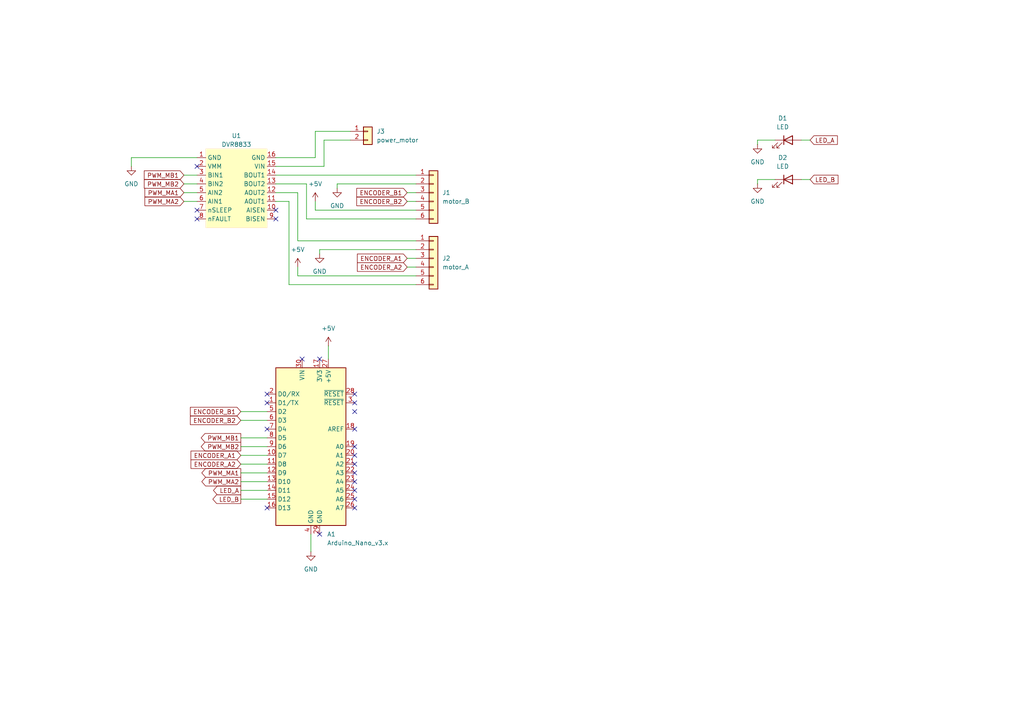
<source format=kicad_sch>
(kicad_sch (version 20250114) (generator "eeschema") (generator_version "9.0")
  (paper "A4")
  (lib_symbols
    (symbol "Connector_Generic:Conn_01x02" (pin_names (offset 1.016) (hide yes))
      (property "Reference" "J" (at 0 2.54 0))
      (property "Value" "Conn_01x02" (at 0 -5.08 0))
      (symbol "Conn_01x02_1_1"
        (rectangle (start -1.27 1.27) (end 1.27 -3.81) (stroke (width 0.254)) (fill (type background)))
        (rectangle (start -1.27 0.127) (end 0 -0.127) (stroke (width 0.1524)))
        (rectangle (start -1.27 -2.413) (end 0 -2.667) (stroke (width 0.1524)))
        (pin passive line (at -5.08 0 0) (length 3.81) (name "Pin_1") (number "1"))
        (pin passive line (at -5.08 -2.54 0) (length 3.81) (name "Pin_2") (number "2"))
      )
    )
    (symbol "Connector_Generic:Conn_01x06" (pin_names (offset 1.016) (hide yes))
      (property "Reference" "J" (at 0 7.62 0))
      (property "Value" "Conn_01x06" (at 0 -10.16 0))
      (symbol "Conn_01x06_1_1"
        (rectangle (start -1.27 6.35) (end 1.27 -8.89) (stroke (width 0.254)) (fill (type background)))
        (rectangle (start -1.27 5.207) (end 0 4.953) (stroke (width 0.1524)))
        (rectangle (start -1.27 2.667) (end 0 2.413) (stroke (width 0.1524)))
        (rectangle (start -1.27 0.127) (end 0 -0.127) (stroke (width 0.1524)))
        (rectangle (start -1.27 -2.413) (end 0 -2.667) (stroke (width 0.1524)))
        (rectangle (start -1.27 -4.953) (end 0 -5.207) (stroke (width 0.1524)))
        (rectangle (start -1.27 -7.493) (end 0 -7.747) (stroke (width 0.1524)))
        (pin passive line (at -5.08 5.08 0) (length 3.81) (name "Pin_1") (number "1"))
        (pin passive line (at -5.08 2.54 0) (length 3.81) (name "Pin_2") (number "2"))
        (pin passive line (at -5.08 0 0) (length 3.81) (name "Pin_3") (number "3"))
        (pin passive line (at -5.08 -2.54 0) (length 3.81) (name "Pin_4") (number "4"))
        (pin passive line (at -5.08 -5.08 0) (length 3.81) (name "Pin_5") (number "5"))
        (pin passive line (at -5.08 -7.62 0) (length 3.81) (name "Pin_6") (number "6"))
      )
    )
    (symbol "Device:LED" (pin_numbers (hide yes)) (pin_names (offset 1.016) (hide yes))
      (property "Reference" "D" (at 0 2.54 0))
      (property "Value" "LED" (at 0 -2.54 0))
      (symbol "LED_0_1"
        (polyline (pts (xy -3.048 -0.762) (xy -4.572 -2.286) (xy -3.81 -2.286) (xy -4.572 -2.286) (xy -4.572 -1.524)))
        (polyline (pts (xy -1.778 -0.762) (xy -3.302 -2.286) (xy -2.54 -2.286) (xy -3.302 -2.286) (xy -3.302 -1.524)))
        (polyline (pts (xy -1.27 0) (xy 1.27 0)))
        (polyline (pts (xy -1.27 -1.27) (xy -1.27 1.27)) (stroke (width 0.254)))
        (polyline (pts (xy 1.27 -1.27) (xy 1.27 1.27) (xy -1.27 0) (xy 1.27 -1.27)) (stroke (width 0.254)))
      )
      (symbol "LED_1_1"
        (pin passive line (at -3.81 0 0) (length 2.54) (name "K") (number "1"))
        (pin passive line (at 3.81 0 180) (length 2.54) (name "A") (number "2"))
      )
    )
    (symbol "MCU_Module:Arduino_Nano_v3.x"
      (property "Reference" "A" (at -10.16 23.495 0))
      (property "Value" "Arduino_Nano_v3.x" (at 5.08 -24.13 0))
      (symbol "Arduino_Nano_v3.x_0_1"
        (rectangle (start -10.16 22.86) (end 10.16 -22.86) (stroke (width 0.254)) (fill (type background)))
      )
      (symbol "Arduino_Nano_v3.x_1_1"
        (pin bidirectional line (at -12.7 15.24 0) (length 2.54) (name "D0/RX") (number "2"))
        (pin bidirectional line (at -12.7 12.7 0) (length 2.54) (name "D1/TX") (number "1"))
        (pin bidirectional line (at -12.7 10.16 0) (length 2.54) (name "D2") (number "5"))
        (pin bidirectional line (at -12.7 7.62 0) (length 2.54) (name "D3") (number "6"))
        (pin bidirectional line (at -12.7 5.08 0) (length 2.54) (name "D4") (number "7"))
        (pin bidirectional line (at -12.7 2.54 0) (length 2.54) (name "D5") (number "8"))
        (pin bidirectional line (at -12.7 0 0) (length 2.54) (name "D6") (number "9"))
        (pin bidirectional line (at -12.7 -2.54 0) (length 2.54) (name "D7") (number "10"))
        (pin bidirectional line (at -12.7 -5.08 0) (length 2.54) (name "D8") (number "11"))
        (pin bidirectional line (at -12.7 -7.62 0) (length 2.54) (name "D9") (number "12"))
        (pin bidirectional line (at -12.7 -10.16 0) (length 2.54) (name "D10") (number "13"))
        (pin bidirectional line (at -12.7 -12.7 0) (length 2.54) (name "D11") (number "14"))
        (pin bidirectional line (at -12.7 -15.24 0) (length 2.54) (name "D12") (number "15"))
        (pin bidirectional line (at -12.7 -17.78 0) (length 2.54) (name "D13") (number "16"))
        (pin power_in line (at -2.54 25.4 270) (length 2.54) (name "VIN") (number "30"))
        (pin power_in line (at 0 -25.4 90) (length 2.54) (name "GND") (number "4"))
        (pin power_out line (at 2.54 25.4 270) (length 2.54) (name "3V3") (number "17"))
        (pin power_in line (at 2.54 -25.4 90) (length 2.54) (name "GND") (number "29"))
        (pin power_out line (at 5.08 25.4 270) (length 2.54) (name "+5V") (number "27"))
        (pin input line (at 12.7 15.24 180) (length 2.54) (name "~{RESET}") (number "28"))
        (pin input line (at 12.7 12.7 180) (length 2.54) (name "~{RESET}") (number "3"))
        (pin input line (at 12.7 5.08 180) (length 2.54) (name "AREF") (number "18"))
        (pin bidirectional line (at 12.7 0 180) (length 2.54) (name "A0") (number "19"))
        (pin bidirectional line (at 12.7 -2.54 180) (length 2.54) (name "A1") (number "20"))
        (pin bidirectional line (at 12.7 -5.08 180) (length 2.54) (name "A2") (number "21"))
        (pin bidirectional line (at 12.7 -7.62 180) (length 2.54) (name "A3") (number "22"))
        (pin bidirectional line (at 12.7 -10.16 180) (length 2.54) (name "A4") (number "23"))
        (pin bidirectional line (at 12.7 -12.7 180) (length 2.54) (name "A5") (number "24"))
        (pin bidirectional line (at 12.7 -15.24 180) (length 2.54) (name "A6") (number "25"))
        (pin bidirectional line (at 12.7 -17.78 180) (length 2.54) (name "A7") (number "26"))
      )
    )
    (symbol "custom_motores:DVR8833"
      (property "Reference" "U" (at 0 11.938 0))
      (symbol "DVR8833_0_1"
        (rectangle (start -8.89 10.16) (end 8.89 -12.7) (stroke (width 0) (color 255 229 191 1)) (fill (type background)))
      )
      (symbol "DVR8833_1_1"
        (pin power_in line (at -11.43 7.62 0) (length 2.54) (name "GND") (number "1"))
        (pin power_in line (at -11.43 5.08 0) (length 2.54) (name "VMM") (number "2"))
        (pin input line (at -11.43 2.54 0) (length 2.54) (name "BIN1") (number "3"))
        (pin input line (at -11.43 0 0) (length 2.54) (name "BIN2") (number "4"))
        (pin input line (at -11.43 -2.54 0) (length 2.54) (name "AIN2") (number "5"))
        (pin input line (at -11.43 -5.08 0) (length 2.54) (name "AIN1") (number "6"))
        (pin input line (at -11.43 -7.62 0) (length 2.54) (name "nSLEEP") (number "7"))
        (pin input line (at -11.43 -10.16 0) (length 2.54) (name "nFAULT") (number "8"))
        (pin power_in line (at 11.43 7.62 180) (length 2.54) (name "GND") (number "16"))
        (pin power_in line (at 11.43 5.08 180) (length 2.54) (name "VIN") (number "15"))
        (pin output line (at 11.43 2.54 180) (length 2.54) (name "BOUT1") (number "14"))
        (pin output line (at 11.43 0 180) (length 2.54) (name "BOUT2") (number "13"))
        (pin output line (at 11.43 -2.54 180) (length 2.54) (name "AOUT2") (number "12"))
        (pin output line (at 11.43 -5.08 180) (length 2.54) (name "AOUT1") (number "11"))
        (pin input line (at 11.43 -7.62 180) (length 2.54) (name "AISEN") (number "10"))
        (pin input line (at 11.43 -10.16 180) (length 2.54) (name "BISEN") (number "9"))
      )
    )
    (symbol "power:+5V" (power) (pin_numbers (hide yes)) (pin_names (offset 0) (hide yes))
      (property "Value" "+5V" (at 0 3.556 0))
      (symbol "+5V_0_1"
        (polyline (pts (xy -0.762 1.27) (xy 0 2.54)))
        (polyline (pts (xy 0 2.54) (xy 0.762 1.27)))
        (polyline (pts (xy 0 0) (xy 0 2.54)))
      )
      (symbol "+5V_1_1"
        (pin power_in line (at 0 0 90) (length 0) (name "~") (number "1"))
      )
    )
    (symbol "power:GND" (power) (pin_numbers (hide yes)) (pin_names (offset 0) (hide yes))
      (property "Value" "GND" (at 0 -3.81 0))
      (symbol "GND_0_1"
        (polyline (pts (xy 0 0) (xy 0 -1.27) (xy 1.27 -1.27) (xy 0 -2.54) (xy -1.27 -1.27) (xy 0 -1.27)))
      )
      (symbol "GND_1_1"
        (pin power_in line (at 0 0 270) (length 0) (name "~") (number "1"))
      )
    )
  )
  (no_connect (at 77.47 114.3))
  (no_connect (at 102.87 137.16))
  (no_connect (at 92.71 154.94))
  (no_connect (at 102.87 124.46))
  (no_connect (at 87.63 104.14))
  (no_connect (at 57.15 60.96))
  (no_connect (at 102.87 132.08))
  (no_connect (at 102.87 144.78))
  (no_connect (at 57.15 48.26))
  (no_connect (at 102.87 147.32))
  (no_connect (at 80.01 63.5))
  (no_connect (at 57.15 63.5))
  (no_connect (at 102.87 116.84))
  (no_connect (at 102.87 119.38))
  (no_connect (at 102.87 129.54))
  (no_connect (at 92.71 104.14))
  (no_connect (at 102.87 134.62))
  (no_connect (at 77.47 147.32))
  (no_connect (at 102.87 139.7))
  (no_connect (at 102.87 142.24))
  (no_connect (at 77.47 124.46))
  (no_connect (at 80.01 60.96))
  (no_connect (at 77.47 116.84))
  (no_connect (at 102.87 114.3))
  (wire (pts (xy 69.85 127) (xy 77.47 127)))
  (wire (pts (xy 120.65 63.5) (xy 88.9 63.5)))
  (wire (pts (xy 118.11 74.93) (xy 120.65 74.93)))
  (wire (pts (xy 80.01 45.72) (xy 91.44 45.72)))
  (wire (pts (xy 86.36 55.88) (xy 80.01 55.88)))
  (wire (pts (xy 53.34 50.8) (xy 57.15 50.8)))
  (wire (pts (xy 80.01 58.42) (xy 83.82 58.42)))
  (wire (pts (xy 91.44 45.72) (xy 91.44 38.1)))
  (wire (pts (xy 93.98 40.64) (xy 93.98 48.26)))
  (wire (pts (xy 53.34 53.34) (xy 57.15 53.34)))
  (wire (pts (xy 118.11 58.42) (xy 120.65 58.42)))
  (wire (pts (xy 101.6 40.64) (xy 93.98 40.64)))
  (wire (pts (xy 53.34 55.88) (xy 57.15 55.88)))
  (wire (pts (xy 90.17 154.94) (xy 90.17 160.02)))
  (wire (pts (xy 232.41 52.07) (xy 234.95 52.07)))
  (wire (pts (xy 69.85 142.24) (xy 77.47 142.24)))
  (wire (pts (xy 38.1 48.26) (xy 38.1 45.72)))
  (wire (pts (xy 91.44 60.96) (xy 120.65 60.96)))
  (wire (pts (xy 69.85 139.7) (xy 77.47 139.7)))
  (wire (pts (xy 53.34 58.42) (xy 57.15 58.42)))
  (wire (pts (xy 83.82 58.42) (xy 83.82 82.55)))
  (wire (pts (xy 91.44 38.1) (xy 101.6 38.1)))
  (wire (pts (xy 69.85 134.62) (xy 77.47 134.62)))
  (wire (pts (xy 232.41 40.64) (xy 234.95 40.64)))
  (wire (pts (xy 69.85 121.92) (xy 77.47 121.92)))
  (wire (pts (xy 88.9 63.5) (xy 88.9 53.34)))
  (wire (pts (xy 219.71 41.91) (xy 219.71 40.64)))
  (wire (pts (xy 118.11 77.47) (xy 120.65 77.47)))
  (wire (pts (xy 97.79 53.34) (xy 97.79 54.61)))
  (wire (pts (xy 69.85 129.54) (xy 77.47 129.54)))
  (wire (pts (xy 120.65 69.85) (xy 86.36 69.85)))
  (wire (pts (xy 118.11 55.88) (xy 120.65 55.88)))
  (wire (pts (xy 219.71 52.07) (xy 224.79 52.07)))
  (wire (pts (xy 38.1 45.72) (xy 57.15 45.72)))
  (wire (pts (xy 69.85 137.16) (xy 77.47 137.16)))
  (wire (pts (xy 80.01 48.26) (xy 93.98 48.26)))
  (wire (pts (xy 86.36 69.85) (xy 86.36 55.88)))
  (wire (pts (xy 83.82 82.55) (xy 120.65 82.55)))
  (wire (pts (xy 219.71 53.34) (xy 219.71 52.07)))
  (wire (pts (xy 88.9 53.34) (xy 80.01 53.34)))
  (wire (pts (xy 92.71 73.66) (xy 92.71 72.39)))
  (wire (pts (xy 69.85 144.78) (xy 77.47 144.78)))
  (wire (pts (xy 91.44 58.42) (xy 91.44 60.96)))
  (wire (pts (xy 95.25 100.33) (xy 95.25 104.14)))
  (wire (pts (xy 219.71 40.64) (xy 224.79 40.64)))
  (wire (pts (xy 97.79 53.34) (xy 120.65 53.34)))
  (wire (pts (xy 69.85 132.08) (xy 77.47 132.08)))
  (wire (pts (xy 92.71 72.39) (xy 120.65 72.39)))
  (wire (pts (xy 69.85 119.38) (xy 77.47 119.38)))
  (wire (pts (xy 86.36 80.01) (xy 120.65 80.01)))
  (wire (pts (xy 80.01 50.8) (xy 120.65 50.8)))
  (wire (pts (xy 86.36 77.47) (xy 86.36 80.01)))
  (global_label "ENCODER_A1" (shape input) (at 69.85 132.08 180) (property "Intersheetrefs" "${INTERSHEET_REFS}" (effects (hide yes))))
  (global_label "PWM_MA1" (shape input) (at 53.34 55.88 180) (property "Intersheetrefs" "${INTERSHEET_REFS}" (effects (hide yes))))
  (global_label "ENCODER_B1" (shape input) (at 118.11 55.88 180) (property "Intersheetrefs" "${INTERSHEET_REFS}" (effects (hide yes))))
  (global_label "PWM_MB1" (shape output) (at 69.85 127 180) (property "Intersheetrefs" "${INTERSHEET_REFS}" (effects (hide yes))))
  (global_label "LED_A" (shape input) (at 234.95 40.64 0) (property "Intersheetrefs" "${INTERSHEET_REFS}" (effects (hide yes))))
  (global_label "ENCODER_B2" (shape input) (at 69.85 121.92 180) (property "Intersheetrefs" "${INTERSHEET_REFS}" (effects (hide yes))))
  (global_label "ENCODER_A2" (shape input) (at 118.11 77.47 180) (property "Intersheetrefs" "${INTERSHEET_REFS}" (effects (hide yes))))
  (global_label "ENCODER_B1" (shape input) (at 69.85 119.38 180) (property "Intersheetrefs" "${INTERSHEET_REFS}" (effects (hide yes))))
  (global_label "PWM_MA2" (shape output) (at 69.85 139.7 180) (property "Intersheetrefs" "${INTERSHEET_REFS}" (effects (hide yes))))
  (global_label "PWM_MA2" (shape input) (at 53.34 58.42 180) (property "Intersheetrefs" "${INTERSHEET_REFS}" (effects (hide yes))))
  (global_label "LED_B" (shape output) (at 69.85 144.78 180) (property "Intersheetrefs" "${INTERSHEET_REFS}" (effects (hide yes))))
  (global_label "LED_B" (shape input) (at 234.95 52.07 0) (property "Intersheetrefs" "${INTERSHEET_REFS}" (effects (hide yes))))
  (global_label "ENCODER_B2" (shape input) (at 118.11 58.42 180) (property "Intersheetrefs" "${INTERSHEET_REFS}" (effects (hide yes))))
  (global_label "ENCODER_A2" (shape input) (at 69.85 134.62 180) (property "Intersheetrefs" "${INTERSHEET_REFS}" (effects (hide yes))))
  (global_label "PWM_MA1" (shape output) (at 69.85 137.16 180) (property "Intersheetrefs" "${INTERSHEET_REFS}" (effects (hide yes))))
  (global_label "LED_A" (shape output) (at 69.85 142.24 180) (property "Intersheetrefs" "${INTERSHEET_REFS}" (effects (hide yes))))
  (global_label "PWM_MB2" (shape output) (at 69.85 129.54 180) (property "Intersheetrefs" "${INTERSHEET_REFS}" (effects (hide yes))))
  (global_label "ENCODER_A1" (shape input) (at 118.11 74.93 180) (property "Intersheetrefs" "${INTERSHEET_REFS}" (effects (hide yes))))
  (global_label "PWM_MB2" (shape input) (at 53.34 53.34 180) (property "Intersheetrefs" "${INTERSHEET_REFS}" (effects (hide yes))))
  (global_label "PWM_MB1" (shape input) (at 53.34 50.8 180) (property "Intersheetrefs" "${INTERSHEET_REFS}" (effects (hide yes))))
  (symbol (lib_id "Device:LED") (at 228.6 52.07 0) (unit 1)
    (property "Reference" "D2" (at 227.0125 45.72 0))
    (property "Value" "LED" (at 227.0125 48.26 0))
    (property "Footprint" "LED_THT:LED_D3.0mm" (effects (hide yes)))
    (property "Description" "Light emitting diode" (effects (hide yes)))
    (property "Sim.Pins" "1=K 2=A" (effects (hide yes)))
  )
  (symbol (lib_id "custom_motores:DVR8833") (at 68.58 53.34 0) (unit 1)
    (property "Reference" "U1" (at 68.58 39.37 0))
    (property "Value" "DVR8833" (at 68.58 41.91 0))
    (property "Footprint" "Custom_Motor:DIP-16_400_ELL" (effects (hide yes)))
  )
  (symbol (lib_id "Connector_Generic:Conn_01x02") (at 106.68 38.1 0) (unit 1)
    (property "Reference" "J3" (at 109.22 38.0999 0) (effects (justify left)))
    (property "Value" "power_motor" (at 109.22 40.6399 0) (effects (justify left)))
    (property "Footprint" "Connector_PinHeader_2.54mm:PinHeader_1x02_P2.54mm_Vertical" (effects (hide yes)))
    (property "Description" "Generic connector, single row, 01x02, script generated (kicad-library-utils/schlib/autogen/connector/)" (effects (hide yes)))
  )
  (symbol (lib_id "power:GND") (at 219.71 53.34 0) (unit 1)
    (property "Reference" "#PWR03" (effects (hide yes)))
    (property "Value" "GND" (at 219.71 58.42 0))
    (property "Description" "Power symbol creates a global label with name \"GND\" , ground" (effects (hide yes)))
  )
  (symbol (lib_id "power:GND") (at 92.71 73.66 0) (unit 1)
    (property "Reference" "#PWR08" (effects (hide yes)))
    (property "Value" "GND" (at 92.71 78.74 0))
    (property "Description" "Power symbol creates a global label with name \"GND\" , ground" (effects (hide yes)))
  )
  (symbol (lib_id "Connector_Generic:Conn_01x06") (at 125.73 55.88 0) (unit 1)
    (property "Reference" "J1" (at 128.27 55.8799 0) (effects (justify left)))
    (property "Value" "motor_B" (at 128.27 58.4199 0) (effects (justify left)))
    (property "Footprint" "Connector_PinHeader_2.54mm:PinHeader_1x06_P2.54mm_Vertical" (effects (hide yes)))
    (property "Description" "Generic connector, single row, 01x06, script generated (kicad-library-utils/schlib/autogen/connector/)" (effects (hide yes)))
  )
  (symbol (lib_id "power:+5V") (at 91.44 58.42 0) (unit 1)
    (property "Reference" "#PWR06" (effects (hide yes)))
    (property "Value" "+5V" (at 91.44 53.34 0))
    (property "Description" "Power symbol creates a global label with name \"+5V\"" (effects (hide yes)))
  )
  (symbol (lib_id "Device:LED") (at 228.6 40.64 0) (unit 1)
    (property "Reference" "D1" (at 227.0125 34.29 0))
    (property "Value" "LED" (at 227.0125 36.83 0))
    (property "Footprint" "LED_THT:LED_D3.0mm" (effects (hide yes)))
    (property "Description" "Light emitting diode" (effects (hide yes)))
    (property "Sim.Pins" "1=K 2=A" (effects (hide yes)))
  )
  (symbol (lib_id "power:GND") (at 219.71 41.91 0) (unit 1)
    (property "Reference" "#PWR04" (effects (hide yes)))
    (property "Value" "GND" (at 219.71 46.99 0))
    (property "Description" "Power symbol creates a global label with name \"GND\" , ground" (effects (hide yes)))
  )
  (symbol (lib_id "power:+5V") (at 86.36 77.47 0) (unit 1)
    (property "Reference" "#PWR07" (effects (hide yes)))
    (property "Value" "+5V" (at 86.36 72.39 0))
    (property "Description" "Power symbol creates a global label with name \"+5V\"" (effects (hide yes)))
  )
  (symbol (lib_id "power:GND") (at 38.1 48.26 0) (unit 1)
    (property "Reference" "#PWR05" (effects (hide yes)))
    (property "Value" "GND" (at 38.1 53.34 0))
    (property "Description" "Power symbol creates a global label with name \"GND\" , ground" (effects (hide yes)))
  )
  (symbol (lib_id "power:GND") (at 90.17 160.02 0) (unit 1)
    (property "Reference" "#PWR01" (effects (hide yes)))
    (property "Value" "GND" (at 90.17 165.1 0))
    (property "Description" "Power symbol creates a global label with name \"GND\" , ground" (effects (hide yes)))
  )
  (symbol (lib_id "power:+5V") (at 95.25 100.33 0) (unit 1)
    (property "Reference" "#PWR02" (effects (hide yes)))
    (property "Value" "+5V" (at 95.25 95.25 0))
    (property "Description" "Power symbol creates a global label with name \"+5V\"" (effects (hide yes)))
  )
  (symbol (lib_id "Connector_Generic:Conn_01x06") (at 125.73 74.93 0) (unit 1)
    (property "Reference" "J2" (at 128.27 74.9299 0) (effects (justify left)))
    (property "Value" "motor_A" (at 128.27 77.4699 0) (effects (justify left)))
    (property "Footprint" "Connector_PinHeader_2.54mm:PinHeader_1x06_P2.54mm_Vertical" (effects (hide yes)))
    (property "Description" "Generic connector, single row, 01x06, script generated (kicad-library-utils/schlib/autogen/connector/)" (effects (hide yes)))
  )
  (symbol (lib_id "power:GND") (at 97.79 54.61 0) (unit 1)
    (property "Reference" "#PWR09" (effects (hide yes)))
    (property "Value" "GND" (at 97.79 59.69 0))
    (property "Description" "Power symbol creates a global label with name \"GND\" , ground" (effects (hide yes)))
  )
  (symbol (lib_id "MCU_Module:Arduino_Nano_v3.x") (at 90.17 129.54 0) (unit 1)
    (property "Reference" "A1" (at 94.8533 154.94 0) (effects (justify left)))
    (property "Value" "Arduino_Nano_v3.x" (at 94.8533 157.48 0) (effects (justify left)))
    (property "Footprint" "Module:Arduino_Nano" (effects (hide yes)))
    (property "Datasheet" "http://www.mouser.com/pdfdocs/Gravitech_Arduino_Nano3_0.pdf" (effects (hide yes)))
    (property "Description" "Arduino Nano v3.x" (effects (hide yes)))
  )
)
</source>
